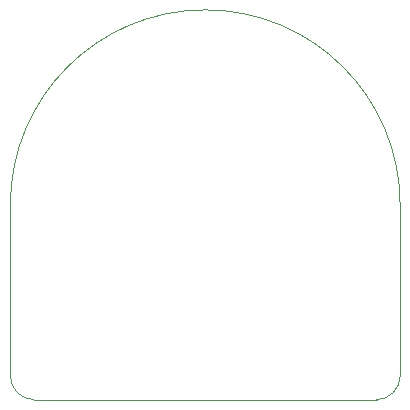
<source format=gbr>
G04 #@! TF.FileFunction,Profile,NP*
%FSLAX46Y46*%
G04 Gerber Fmt 4.6, Leading zero omitted, Abs format (unit mm)*
G04 Created by KiCad (PCBNEW 4.0.1-stable) date 2018年02月17日 土曜日 16:31:36*
%MOMM*%
G01*
G04 APERTURE LIST*
%ADD10C,0.020000*%
%ADD11C,0.100000*%
G04 APERTURE END LIST*
D10*
D11*
X132001100Y-119503600D02*
X132001100Y-105003600D01*
X132001100Y-105003600D02*
G75*
G02X165001100Y-105003600I16500000J0D01*
G01*
X165001100Y-105003600D02*
X165001100Y-119503600D01*
X165001100Y-119503600D02*
G75*
G02X163001100Y-121503600I-2000000J0D01*
G01*
X134001100Y-121503600D02*
G75*
G02X132001100Y-119503600I0J2000000D01*
G01*
X163001100Y-121503600D02*
X134001100Y-121503600D01*
M02*

</source>
